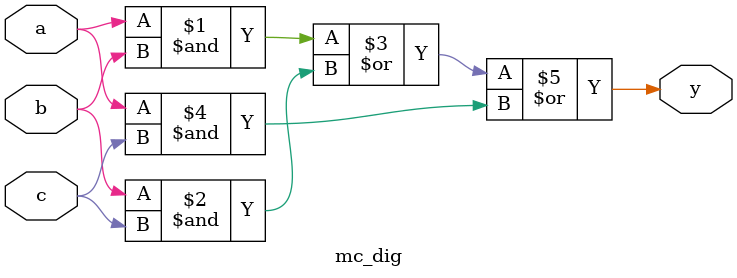
<source format=v>
module mc_dig(
    input a, input b, input c,
    output y
    );
    assign y = (a&b) | (b&c) | (a&c);
endmodule

</source>
